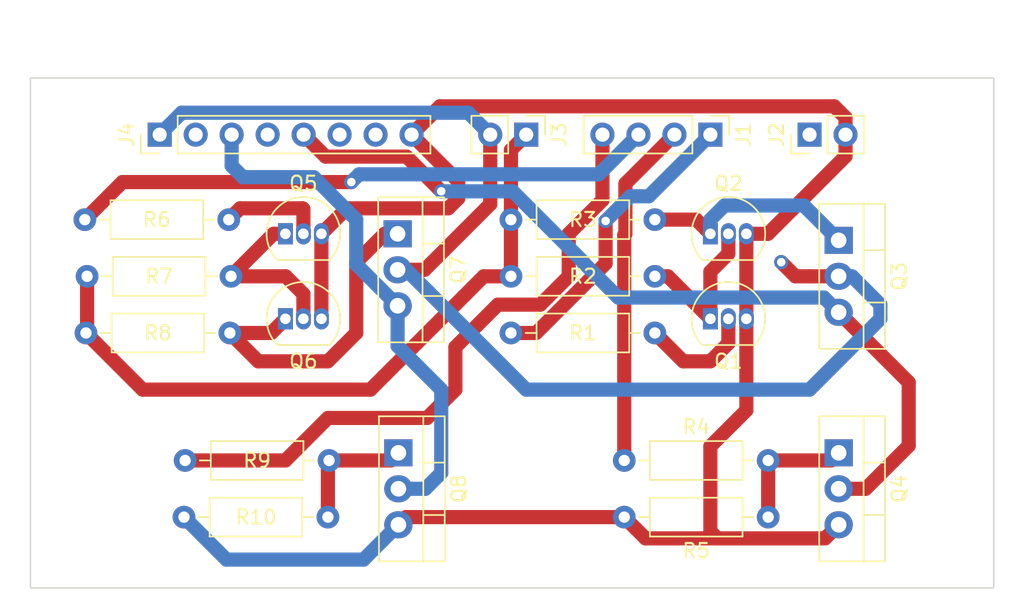
<source format=kicad_pcb>
(kicad_pcb (version 20211014) (generator pcbnew)
  (layers (0 "F.Cu" signal) (31 "B.Cu" signal) (34 "B.Paste" user) (35 "F.Paste" user) (36 "B.SilkS" user "B.Silkscreen") (37 "F.SilkS" user "F.Silkscreen") (38 "B.Mask" user) (39 "F.Mask" user) (44 "Edge.Cuts" user))
  (net 0 "")
  (net 1 "/Channel_1_Up")
  (net 2 "/Channel_1_Down")
  (net 3 "/Channel_2_Up")
  (net 4 "/Channel_2_Down")
  (net 5 "+3V3")
  (net 6 "GND")
  (net 7 "VDD")
  (net 8 "/Positive_Arm")
  (net 10 "/Rotation_Axis")
  (net 12 "/Vertical_Axis")
  (net 15 "Net-(Q1-Pad2)")
  (net 16 "Net-(Q1-Pad1)")
  (net 17 "Net-(Q2-Pad1)")
  (net 18 "Net-(Q4-Pad1)")
  (net 19 "Net-(Q5-Pad2)")
  (net 20 "Net-(Q5-Pad1)")
  (net 21 "Net-(Q6-Pad1)")
  (net 22 "Net-(Q8-Pad1)")
  (footprint "Package_TO_SOT_THT:TO-220-3_Vertical" (layer "F.Cu") (at 170.92 94 -90)
    (fp_text reference "Q7" (at 2.54 -4.27 90) (layer "F.SilkS"))
    (fp_text value "IRF540N")
    (fp_line (start -2.58 1.371) (end 7.66 1.371) (layer "F.SilkS") (width 0.12))
    (fp_line (start -2.58 -3.27) (end -2.58 1.371) (layer "F.SilkS") (width 0.12))
    (fp_line (start -2.58 -1.76) (end 7.66 -1.76) (layer "F.SilkS") (width 0.12))
    (fp_line (start 0.69 -3.27) (end 0.69 -1.76) (layer "F.SilkS") (width 0.12))
    (fp_line (start -2.58 -3.27) (end 7.66 -3.27) (layer "F.SilkS") (width 0.12))
    (fp_line (start 7.66 -3.27) (end 7.66 1.371) (layer "F.SilkS") (width 0.12))
    (fp_line (start 4.391 -3.27) (end 4.391 -1.76) (layer "F.SilkS") (width 0.12))
    (pad "1" thru_hole rect locked (at 0 0 270) (size 1.905 2) (drill 1.1) (layers *.Cu *.Mask) (net 21 "Net-(Q6-Pad1)"))
    (pad "2" thru_hole oval locked (at 2.54 0 270) (size 1.905 2) (drill 1.1) (layers *.Cu *.Mask) (net 8 "/Positive_Arm"))
    (pad "3" thru_hole oval locked (at 5.08 0 270) (size 1.905 2) (drill 1.1) (layers *.Cu *.Mask) (net 10 "/Rotation_Axis"))
  )
  (footprint "Connector_PinHeader_2.54mm:PinHeader_1x02_P2.54mm_Vertical" (layer "F.Cu") (at 200 87 90)
    (fp_text reference "J2" (at 0 -2.33 90) (layer "F.SilkS"))
    (fp_text value "ESP_32_Supply")
    (fp_line (start 1.33 1.27) (end 1.33 3.87) (layer "F.SilkS") (width 0.12))
    (fp_line (start -1.33 0) (end -1.33 -1.33) (layer "F.SilkS") (width 0.12))
    (fp_line (start -1.33 1.27) (end -1.33 3.87) (layer "F.SilkS") (width 0.12))
    (fp_line (start -1.33 3.87) (end 1.33 3.87) (layer "F.SilkS") (width 0.12))
    (fp_line (start -1.33 -1.33) (end 0 -1.33) (layer "F.SilkS") (width 0.12))
    (fp_line (start -1.33 1.27) (end 1.33 1.27) (layer "F.SilkS") (width 0.12))
    (pad "1" thru_hole rect locked (at 0 0 90) (size 1.7 1.7) (drill 1) (layers *.Cu *.Mask) (net 5 "+3V3"))
    (pad "2" thru_hole oval locked (at 0 2.54 90) (size 1.7 1.7) (drill 1) (layers *.Cu *.Mask) (net 6 "GND"))
  )
  (footprint "Connector_PinHeader_2.54mm:PinHeader_1x02_P2.54mm_Vertical" (layer "F.Cu") (at 180 87 -90)
    (fp_text reference "J3" (at 0 -2.33 90) (layer "F.SilkS"))
    (fp_text value "Isolated Auxiliary Supply")
    (fp_line (start -1.33 0) (end -1.33 -1.33) (layer "F.SilkS") (width 0.12))
    (fp_line (start -1.33 -1.33) (end 0 -1.33) (layer "F.SilkS") (width 0.12))
    (fp_line (start -1.33 1.27) (end -1.33 3.87) (layer "F.SilkS") (width 0.12))
    (fp_line (start 1.33 1.27) (end 1.33 3.87) (layer "F.SilkS") (width 0.12))
    (fp_line (start -1.33 1.27) (end 1.33 1.27) (layer "F.SilkS") (width 0.12))
    (fp_line (start -1.33 3.87) (end 1.33 3.87) (layer "F.SilkS") (width 0.12))
    (pad "1" thru_hole rect locked (at 0 0 270) (size 1.7 1.7) (drill 1) (layers *.Cu *.Mask) (net 7 "VDD"))
    (pad "2" thru_hole oval locked (at 0 2.54 270) (size 1.7 1.7) (drill 1) (layers *.Cu *.Mask) (net 8 "/Positive_Arm"))
  )
  (footprint "Package_TO_SOT_THT:TO-220-3_Vertical" (layer "F.Cu") (at 170.975 109.46 -90)
    (fp_text reference "Q8" (at 2.54 -4.27 90) (layer "F.SilkS"))
    (fp_text value "IRZ44")
    (fp_line (start -2.58 -3.27) (end 7.66 -3.27) (layer "F.SilkS") (width 0.12))
    (fp_line (start -2.58 -1.76) (end 7.66 -1.76) (layer "F.SilkS") (width 0.12))
    (fp_line (start 4.391 -3.27) (end 4.391 -1.76) (layer "F.SilkS") (width 0.12))
    (fp_line (start -2.58 -3.27) (end -2.58 1.371) (layer "F.SilkS") (width 0.12))
    (fp_line (start 7.66 -3.27) (end 7.66 1.371) (layer "F.SilkS") (width 0.12))
    (fp_line (start -2.58 1.371) (end 7.66 1.371) (layer "F.SilkS") (width 0.12))
    (fp_line (start 0.69 -3.27) (end 0.69 -1.76) (layer "F.SilkS") (width 0.12))
    (pad "1" thru_hole rect locked (at 0 0 270) (size 1.905 2) (drill 1.1) (layers *.Cu *.Mask) (net 22 "Net-(Q8-Pad1)"))
    (pad "2" thru_hole oval locked (at 2.54 0 270) (size 1.905 2) (drill 1.1) (layers *.Cu *.Mask) (net 10 "/Rotation_Axis"))
    (pad "3" thru_hole oval locked (at 5.08 0 270) (size 1.905 2) (drill 1.1) (layers *.Cu *.Mask) (net 6 "GND"))
  )
  (footprint "Resistor_THT:R_Axial_DIN0207_L6.3mm_D2.5mm_P10.16mm_Horizontal" (layer "F.Cu") (at 148.92 101)
    (fp_text reference "R8" (at 5.08 0) (layer "F.SilkS"))
    (fp_text value "680")
    (fp_line (start 8.35 1.37) (end 8.35 -1.37) (layer "F.SilkS") (width 0.12))
    (fp_line (start 1.81 -1.37) (end 1.81 1.37) (layer "F.SilkS") (width 0.12))
    (fp_line (start 1.81 1.37) (end 8.35 1.37) (layer "F.SilkS") (width 0.12))
    (fp_line (start 8.35 -1.37) (end 1.81 -1.37) (layer "F.SilkS") (width 0.12))
    (fp_line (start 9.12 0) (end 8.35 0) (layer "F.SilkS") (width 0.12))
    (fp_line (start 1.04 0) (end 1.81 0) (layer "F.SilkS") (width 0.12))
    (pad "1" thru_hole circle locked (at 0 0) (size 1.6 1.6) (drill 0.8) (layers *.Cu *.Mask) (net 7 "VDD"))
    (pad "2" thru_hole oval locked (at 10.16 0) (size 1.6 1.6) (drill 0.8) (layers *.Cu *.Mask) (net 21 "Net-(Q6-Pad1)"))
  )
  (footprint "Connector_PinHeader_2.54mm:PinHeader_1x08_P2.54mm_Vertical" (layer "F.Cu") (at 154.125 87 90)
    (fp_text reference "J4" (at 0 -2.33 90) (layer "F.SilkS"))
    (fp_text value "Robot Arm Connector")
    (fp_line (start -1.33 0) (end -1.33 -1.33) (layer "F.SilkS") (width 0.12))
    (fp_line (start 1.33 1.27) (end 1.33 19.11) (layer "F.SilkS") (width 0.12))
    (fp_line (start -1.33 -1.33) (end 0 -1.33) (layer "F.SilkS") (width 0.12))
    (fp_line (start -1.33 19.11) (end 1.33 19.11) (layer "F.SilkS") (width 0.12))
    (fp_line (start -1.33 1.27) (end 1.33 1.27) (layer "F.SilkS") (width 0.12))
    (fp_line (start -1.33 1.27) (end -1.33 19.11) (layer "F.SilkS") (width 0.12))
    (pad "1" thru_hole rect locked (at 0 0 90) (size 1.7 1.7) (drill 1) (layers *.Cu *.Mask) (net 8 "/Positive_Arm"))
    (pad "2" thru_hole oval locked (at 0 2.54 90) (size 1.7 1.7) (drill 1) (layers *.Cu *.Mask))
    (pad "3" thru_hole oval locked (at 0 5.08 90) (size 1.7 1.7) (drill 1) (layers *.Cu *.Mask) (net 10 "/Rotation_Axis"))
    (pad "4" thru_hole oval locked (at 0 7.62 90) (size 1.7 1.7) (drill 1) (layers *.Cu *.Mask))
    (pad "5" thru_hole oval locked (at 0 10.16 90) (size 1.7 1.7) (drill 1) (layers *.Cu *.Mask) (net 12 "/Vertical_Axis"))
    (pad "6" thru_hole oval locked (at 0 12.7 90) (size 1.7 1.7) (drill 1) (layers *.Cu *.Mask))
    (pad "7" thru_hole oval locked (at 0 15.24 90) (size 1.7 1.7) (drill 1) (layers *.Cu *.Mask))
    (pad "8" thru_hole oval locked (at 0 17.78 90) (size 1.7 1.7) (drill 1) (layers *.Cu *.Mask) (net 6 "GND"))
  )
  (footprint "Package_TO_SOT_THT:TO-92_Inline" (layer "F.Cu") (at 193 100)
    (fp_text reference "Q1" (at 1.27 3) (layer "F.SilkS"))
    (fp_text value "2N2222")
    (fp_line (start -0.53 1.85) (end 3.07 1.85) (layer "F.SilkS") (width 0.12))
    (fp_arc (start 1.27 -2.6) (mid 3.672087 -0.994977) (end 3.108478 1.838478) (layer "F.SilkS") (width 0.12))
    (fp_arc (start -0.568478 1.838478) (mid -1.132087 -0.994977) (end 1.27 -2.6) (layer "F.SilkS") (width 0.12))
    (pad "1" thru_hole rect locked (at 0 0) (size 1.05 1.5) (drill 0.75) (layers *.Cu *.Mask) (net 16 "Net-(Q1-Pad1)"))
    (pad "2" thru_hole oval locked (at 1.27 0) (size 1.05 1.5) (drill 0.75) (layers *.Cu *.Mask) (net 15 "Net-(Q1-Pad2)"))
    (pad "3" thru_hole oval locked (at 2.54 0) (size 1.05 1.5) (drill 0.75) (layers *.Cu *.Mask) (net 6 "GND"))
  )
  (footprint "Resistor_THT:R_Axial_DIN0207_L6.3mm_D2.5mm_P10.16mm_Horizontal" (layer "F.Cu") (at 178.92 97)
    (fp_text reference "R2" (at 5.08 0) (layer "F.SilkS"))
    (fp_text value "680")
    (fp_line (start 1.81 -1.37) (end 1.81 1.37) (layer "F.SilkS") (width 0.12))
    (fp_line (start 8.35 1.37) (end 8.35 -1.37) (layer "F.SilkS") (width 0.12))
    (fp_line (start 1.04 0) (end 1.81 0) (layer "F.SilkS") (width 0.12))
    (fp_line (start 8.35 -1.37) (end 1.81 -1.37) (layer "F.SilkS") (width 0.12))
    (fp_line (start 9.12 0) (end 8.35 0) (layer "F.SilkS") (width 0.12))
    (fp_line (start 1.81 1.37) (end 8.35 1.37) (layer "F.SilkS") (width 0.12))
    (pad "1" thru_hole circle locked (at 0 0) (size 1.6 1.6) (drill 0.8) (layers *.Cu *.Mask) (net 7 "VDD"))
    (pad "2" thru_hole oval locked (at 10.16 0) (size 1.6 1.6) (drill 0.8) (layers *.Cu *.Mask) (net 16 "Net-(Q1-Pad1)"))
  )
  (footprint "Package_TO_SOT_THT:TO-92_Inline" (layer "F.Cu") (at 163 94)
    (fp_text reference "Q5" (at 1.27 -3.56) (layer "F.SilkS"))
    (fp_text value "2N2222")
    (fp_line (start -0.53 1.85) (end 3.07 1.85) (layer "F.SilkS") (width 0.12))
    (fp_arc (start 1.27 -2.6) (mid 3.672087 -0.994977) (end 3.108478 1.838478) (layer "F.SilkS") (width 0.12))
    (fp_arc (start -0.568478 1.838478) (mid -1.132087 -0.994977) (end 1.27 -2.6) (layer "F.SilkS") (width 0.12))
    (pad "1" thru_hole rect locked (at 0 0) (size 1.05 1.5) (drill 0.75) (layers *.Cu *.Mask) (net 20 "Net-(Q5-Pad1)"))
    (pad "2" thru_hole oval locked (at 1.27 0) (size 1.05 1.5) (drill 0.75) (layers *.Cu *.Mask) (net 19 "Net-(Q5-Pad2)"))
    (pad "3" thru_hole oval locked (at 2.54 0) (size 1.05 1.5) (drill 0.75) (layers *.Cu *.Mask) (net 6 "GND"))
  )
  (footprint "Resistor_THT:R_Axial_DIN0207_L6.3mm_D2.5mm_P10.16mm_Horizontal" (layer "F.Cu") (at 197.08 114 180)
    (fp_text reference "R5" (at 5.08 -2.37) (layer "F.SilkS"))
    (fp_text value "68k")
    (fp_line (start 8.35 1.37) (end 8.35 -1.37) (layer "F.SilkS") (width 0.12))
    (fp_line (start 1.81 1.37) (end 8.35 1.37) (layer "F.SilkS") (width 0.12))
    (fp_line (start 9.12 0) (end 8.35 0) (layer "F.SilkS") (width 0.12))
    (fp_line (start 8.35 -1.37) (end 1.81 -1.37) (layer "F.SilkS") (width 0.12))
    (fp_line (start 1.04 0) (end 1.81 0) (layer "F.SilkS") (width 0.12))
    (fp_line (start 1.81 -1.37) (end 1.81 1.37) (layer "F.SilkS") (width 0.12))
    (pad "1" thru_hole circle locked (at 0 0 180) (size 1.6 1.6) (drill 0.8) (layers *.Cu *.Mask) (net 18 "Net-(Q4-Pad1)"))
    (pad "2" thru_hole oval locked (at 10.16 0 180) (size 1.6 1.6) (drill 0.8) (layers *.Cu *.Mask) (net 6 "GND"))
  )
  (footprint "Package_TO_SOT_THT:TO-220-3_Vertical" (layer "F.Cu") (at 202.055 109.46 -90)
    (fp_text reference "Q4" (at 2.54 -4.27 90) (layer "F.SilkS"))
    (fp_text value "IRZ44")
    (fp_line (start -2.58 1.371) (end 7.66 1.371) (layer "F.SilkS") (width 0.12))
    (fp_line (start 4.391 -3.27) (end 4.391 -1.76) (layer "F.SilkS") (width 0.12))
    (fp_line (start -2.58 -3.27) (end 7.66 -3.27) (layer "F.SilkS") (width 0.12))
    (fp_line (start 0.69 -3.27) (end 0.69 -1.76) (layer "F.SilkS") (width 0.12))
    (fp_line (start 7.66 -3.27) (end 7.66 1.371) (layer "F.SilkS") (width 0.12))
    (fp_line (start -2.58 -3.27) (end -2.58 1.371) (layer "F.SilkS") (width 0.12))
    (fp_line (start -2.58 -1.76) (end 7.66 -1.76) (layer "F.SilkS") (width 0.12))
    (pad "1" thru_hole rect locked (at 0 0 270) (size 1.905 2) (drill 1.1) (layers *.Cu *.Mask) (net 18 "Net-(Q4-Pad1)"))
    (pad "2" thru_hole oval locked (at 2.54 0 270) (size 1.905 2) (drill 1.1) (layers *.Cu *.Mask) (net 12 "/Vertical_Axis"))
    (pad "3" thru_hole oval locked (at 5.08 0 270) (size 1.905 2) (drill 1.1) (layers *.Cu *.Mask) (net 6 "GND"))
  )
  (footprint "Resistor_THT:R_Axial_DIN0207_L6.3mm_D2.5mm_P10.16mm_Horizontal" (layer "F.Cu") (at 186.92 110)
    (fp_text reference "R4" (at 5.08 -2.37) (layer "F.SilkS"))
    (fp_text value "680")
    (fp_line (start 1.81 1.37) (end 8.35 1.37) (layer "F.SilkS") (width 0.12))
    (fp_line (start 1.04 0) (end 1.81 0) (layer "F.SilkS") (width 0.12))
    (fp_line (start 1.81 -1.37) (end 1.81 1.37) (layer "F.SilkS") (width 0.12))
    (fp_line (start 9.12 0) (end 8.35 0) (layer "F.SilkS") (width 0.12))
    (fp_line (start 8.35 1.37) (end 8.35 -1.37) (layer "F.SilkS") (width 0.12))
    (fp_line (start 8.35 -1.37) (end 1.81 -1.37) (layer "F.SilkS") (width 0.12))
    (pad "1" thru_hole circle locked (at 0 0) (size 1.6 1.6) (drill 0.8) (layers *.Cu *.Mask) (net 2 "/Channel_1_Down"))
    (pad "2" thru_hole oval locked (at 10.16 0) (size 1.6 1.6) (drill 0.8) (layers *.Cu *.Mask) (net 18 "Net-(Q4-Pad1)"))
  )
  (footprint "Resistor_THT:R_Axial_DIN0207_L6.3mm_D2.5mm_P10.16mm_Horizontal" (layer "F.Cu") (at 178.92 93)
    (fp_text reference "R3" (at 5.08 0) (layer "F.SilkS"))
    (fp_text value "680")
    (fp_line (start 8.35 1.37) (end 8.35 -1.37) (layer "F.SilkS") (width 0.12))
    (fp_line (start 9.12 0) (end 8.35 0) (layer "F.SilkS") (width 0.12))
    (fp_line (start 8.35 -1.37) (end 1.81 -1.37) (layer "F.SilkS") (width 0.12))
    (fp_line (start 1.81 1.37) (end 8.35 1.37) (layer "F.SilkS") (width 0.12))
    (fp_line (start 1.04 0) (end 1.81 0) (layer "F.SilkS") (width 0.12))
    (fp_line (start 1.81 -1.37) (end 1.81 1.37) (layer "F.SilkS") (width 0.12))
    (pad "1" thru_hole circle locked (at 0 0) (size 1.6 1.6) (drill 0.8) (layers *.Cu *.Mask) (net 7 "VDD"))
    (pad "2" thru_hole oval locked (at 10.16 0) (size 1.6 1.6) (drill 0.8) (layers *.Cu *.Mask) (net 17 "Net-(Q2-Pad1)"))
  )
  (footprint "Resistor_THT:R_Axial_DIN0207_L6.3mm_D2.5mm_P10.16mm_Horizontal" (layer "F.Cu") (at 155.92 110)
    (fp_text reference "R9" (at 5.08 0) (layer "F.SilkS"))
    (fp_text value "680")
    (fp_line (start 1.81 -1.37) (end 1.81 1.37) (layer "F.SilkS") (width 0.12))
    (fp_line (start 8.35 1.37) (end 8.35 -1.37) (layer "F.SilkS") (width 0.12))
    (fp_line (start 9.12 0) (end 8.35 0) (layer "F.SilkS") (width 0.12))
    (fp_line (start 1.04 0) (end 1.81 0) (layer "F.SilkS") (width 0.12))
    (fp_line (start 1.81 1.37) (end 8.35 1.37) (layer "F.SilkS") (width 0.12))
    (fp_line (start 8.35 -1.37) (end 1.81 -1.37) (layer "F.SilkS") (width 0.12))
    (pad "1" thru_hole circle locked (at 0 0) (size 1.6 1.6) (drill 0.8) (layers *.Cu *.Mask) (net 4 "/Channel_2_Down"))
    (pad "2" thru_hole oval locked (at 10.16 0) (size 1.6 1.6) (drill 0.8) (layers *.Cu *.Mask) (net 22 "Net-(Q8-Pad1)"))
  )
  (footprint "Resistor_THT:R_Axial_DIN0207_L6.3mm_D2.5mm_P10.16mm_Horizontal" (layer "F.Cu") (at 166 114 180)
    (fp_text reference "R10" (at 5.08 0) (layer "F.SilkS"))
    (fp_text value "68k")
    (fp_line (start 9.12 0) (end 8.35 0) (layer "F.SilkS") (width 0.12))
    (fp_line (start 8.35 -1.37) (end 1.81 -1.37) (layer "F.SilkS") (width 0.12))
    (fp_line (start 1.81 -1.37) (end 1.81 1.37) (layer "F.SilkS") (width 0.12))
    (fp_line (start 1.81 1.37) (end 8.35 1.37) (layer "F.SilkS") (width 0.12))
    (fp_line (start 8.35 1.37) (end 8.35 -1.37) (layer "F.SilkS") (width 0.12))
    (fp_line (start 1.04 0) (end 1.81 0) (layer "F.SilkS") (width 0.12))
    (pad "1" thru_hole circle locked (at 0 0 180) (size 1.6 1.6) (drill 0.8) (layers *.Cu *.Mask) (net 22 "Net-(Q8-Pad1)"))
    (pad "2" thru_hole oval locked (at 10.16 0 180) (size 1.6 1.6) (drill 0.8) (layers *.Cu *.Mask) (net 6 "GND"))
  )
  (footprint "MountingHole:MountingHole_2.5mm" (layer "F.Cu") (at 148 87)
    (fp_text reference "H2" hide)
    (fp_text value "MountingHole")
    (pad "" np_thru_hole circle locked (at 0 0) (size 2.5 2.5) (drill 2.5) (layers *.Cu *.Mask))
  )
  (footprint "Resistor_THT:R_Axial_DIN0207_L6.3mm_D2.5mm_P10.16mm_Horizontal" (layer "F.Cu") (at 178.92 101)
    (fp_text reference "R1" (at 5.08 0) (layer "F.SilkS"))
    (fp_text value "680")
    (fp_line (start 1.04 0) (end 1.81 0) (layer "F.SilkS") (width 0.12))
    (fp_line (start 1.81 1.37) (end 8.35 1.37) (layer "F.SilkS") (width 0.12))
    (fp_line (start 8.35 -1.37) (end 1.81 -1.37) (layer "F.SilkS") (width 0.12))
    (fp_line (start 8.35 1.37) (end 8.35 -1.37) (layer "F.SilkS") (width 0.12))
    (fp_line (start 9.12 0) (end 8.35 0) (layer "F.SilkS") (width 0.12))
    (fp_line (start 1.81 -1.37) (end 1.81 1.37) (layer "F.SilkS") (width 0.12))
    (pad "1" thru_hole circle locked (at 0 0) (size 1.6 1.6) (drill 0.8) (layers *.Cu *.Mask) (net 1 "/Channel_1_Up"))
    (pad "2" thru_hole oval locked (at 10.16 0) (size 1.6 1.6) (drill 0.8) (layers *.Cu *.Mask) (net 15 "Net-(Q1-Pad2)"))
  )
  (footprint "Package_TO_SOT_THT:TO-220-3_Vertical" (layer "F.Cu") (at 202.055 94.46 -90)
    (fp_text reference "Q3" (at 2.54 -4.27 90) (layer "F.SilkS"))
    (fp_text value "IRF540N")
    (fp_line (start 4.391 -3.27) (end 4.391 -1.76) (layer "F.SilkS") (width 0.12))
    (fp_line (start -2.58 -3.27) (end 7.66 -3.27) (layer "F.SilkS") (width 0.12))
    (fp_line (start 0.69 -3.27) (end 0.69 -1.76) (layer "F.SilkS") (width 0.12))
    (fp_line (start 7.66 -3.27) (end 7.66 1.371) (layer "F.SilkS") (width 0.12))
    (fp_line (start -2.58 -3.27) (end -2.58 1.371) (layer "F.SilkS") (width 0.12))
    (fp_line (start -2.58 1.371) (end 7.66 1.371) (layer "F.SilkS") (width 0.12))
    (fp_line (start -2.58 -1.76) (end 7.66 -1.76) (layer "F.SilkS") (width 0.12))
    (pad "1" thru_hole rect locked (at 0 0 270) (size 1.905 2) (drill 1.1) (layers *.Cu *.Mask) (net 17 "Net-(Q2-Pad1)"))
    (pad "2" thru_hole oval locked (at 2.54 0 270) (size 1.905 2) (drill 1.1) (layers *.Cu *.Mask) (net 8 "/Positive_Arm"))
    (pad "3" thru_hole oval locked (at 5.08 0 270) (size 1.905 2) (drill 1.1) (layers *.Cu *.Mask) (net 12 "/Vertical_Axis"))
  )
  (footprint "MountingHole:MountingHole_2.5mm" (layer "F.Cu") (at 210 116)
    (fp_text reference "H4" hide)
    (fp_text value "MountingHole")
    (pad "" np_thru_hole circle locked (at 0 0) (size 2.5 2.5) (drill 2.5) (layers *.Cu *.Mask))
  )
  (footprint "Resistor_THT:R_Axial_DIN0207_L6.3mm_D2.5mm_P10.16mm_Horizontal" (layer "F.Cu") (at 148.84 93)
    (fp_text reference "R6" (at 5.08 0) (layer "F.SilkS"))
    (fp_text value "680")
    (fp_line (start 8.35 -1.37) (end 1.81 -1.37) (layer "F.SilkS") (width 0.12))
    (fp_line (start 1.04 0) (end 1.81 0) (layer "F.SilkS") (width 0.12))
    (fp_line (start 8.35 1.37) (end 8.35 -1.37) (layer "F.SilkS") (width 0.12))
    (fp_line (start 1.81 1.37) (end 8.35 1.37) (layer "F.SilkS") (width 0.12))
    (fp_line (start 1.81 -1.37) (end 1.81 1.37) (layer "F.SilkS") (width 0.12))
    (fp_line (start 9.12 0) (end 8.35 0) (layer "F.SilkS") (width 0.12))
    (pad "1" thru_hole circle locked (at 0 0) (size 1.6 1.6) (drill 0.8) (layers *.Cu *.Mask) (net 3 "/Channel_2_Up"))
    (pad "2" thru_hole oval locked (at 10.16 0) (size 1.6 1.6) (drill 0.8) (layers *.Cu *.Mask) (net 19 "Net-(Q5-Pad2)"))
  )
  (footprint "Connector_PinHeader_2.54mm:PinHeader_1x04_P2.54mm_Vertical" (layer "F.Cu") (at 193 87 -90)
    (fp_text reference "J1" (at 0 -2.33 90) (layer "F.SilkS"))
    (fp_text value "ESP_Control_Signals")
    (fp_line (start -1.33 1.27) (end 1.33 1.27) (layer "F.SilkS") (width 0.12))
    (fp_line (start -1.33 0) (end -1.33 -1.33) (layer "F.SilkS") (width 0.12))
    (fp_line (start -1.33 1.27) (end -1.33 8.95) (layer "F.SilkS") (width 0.12))
    (fp_line (start -1.33 -1.33) (end 0 -1.33) (layer "F.SilkS") (width 0.12))
    (fp_line (start -1.33 8.95) (end 1.33 8.95) (layer "F.SilkS") (width 0.12))
    (fp_line (start 1.33 1.27) (end 1.33 8.95) (layer "F.SilkS") (width 0.12))
    (pad "1" thru_hole rect locked (at 0 0 270) (size 1.7 1.7) (drill 1) (layers *.Cu *.Mask) (net 1 "/Channel_1_Up"))
    (pad "2" thru_hole oval locked (at 0 2.54 270) (size 1.7 1.7) (drill 1) (layers *.Cu *.Mask) (net 2 "/Channel_1_Down"))
    (pad "3" thru_hole oval locked (at 0 5.08 270) (size 1.7 1.7) (drill 1) (layers *.Cu *.Mask) (net 3 "/Channel_2_Up"))
    (pad "4" thru_hole oval locked (at 0 7.62 270) (size 1.7 1.7) (drill 1) (layers *.Cu *.Mask) (net 4 "/Channel_2_Down"))
  )
  (footprint "Package_TO_SOT_THT:TO-92_Inline" (layer "F.Cu") (at 193 94)
    (fp_text reference "Q2" (at 1.27 -3.56) (layer "F.SilkS"))
    (fp_text value "2N2222")
    (fp_line (start -0.53 1.85) (end 3.07 1.85) (layer "F.SilkS") (width 0.12))
    (fp_arc (start -0.568478 1.838478) (mid -1.132087 -0.994977) (end 1.27 -2.6) (layer "F.SilkS") (width 0.12))
    (fp_arc (start 1.27 -2.6) (mid 3.672087 -0.994977) (end 3.108478 1.838478) (layer "F.SilkS") (width 0.12))
    (pad "1" thru_hole rect locked (at 0 0) (size 1.05 1.5) (drill 0.75) (layers *.Cu *.Mask) (net 17 "Net-(Q2-Pad1)"))
    (pad "2" thru_hole oval locked (at 1.27 0) (size 1.05 1.5) (drill 0.75) (layers *.Cu *.Mask) (net 16 "Net-(Q1-Pad1)"))
    (pad "3" thru_hole oval locked (at 2.54 0) (size 1.05 1.5) (drill 0.75) (layers *.Cu *.Mask) (net 6 "GND"))
  )
  (footprint "MountingHole:MountingHole_2.5mm" (layer "F.Cu") (at 209 87)
    (fp_text reference "H3" hide)
    (fp_text value "MountingHole")
    (pad "" np_thru_hole circle locked (at 0 0) (size 2.5 2.5) (drill 2.5) (layers *.Cu *.Mask))
  )
  (footprint "Package_TO_SOT_THT:TO-92_Inline" (layer "F.Cu") (at 163 100)
    (fp_text reference "Q6" (at 1.27 3) (layer "F.SilkS"))
    (fp_text value "2N2222")
    (fp_line (start -0.53 1.85) (end 3.07 1.85) (layer "F.SilkS") (width 0.12))
    (fp_arc (start 1.27 -2.6) (mid 3.672087 -0.994977) (end 3.108478 1.838478) (layer "F.SilkS") (width 0.12))
    (fp_arc (start -0.568478 1.838478) (mid -1.132087 -0.994977) (end 1.27 -2.6) (layer "F.SilkS") (width 0.12))
    (pad "1" thru_hole rect locked (at 0 0) (size 1.05 1.5) (drill 0.75) (layers *.Cu *.Mask) (net 21 "Net-(Q6-Pad1)"))
    (pad "2" thru_hole oval locked (at 1.27 0) (size 1.05 1.5) (drill 0.75) (layers *.Cu *.Mask) (net 20 "Net-(Q5-Pad1)"))
    (pad "3" thru_hole oval locked (at 2.54 0) (size 1.05 1.5) (drill 0.75) (layers *.Cu *.Mask) (net 6 "GND"))
  )
  (footprint "MountingHole:MountingHole_2.5mm" (layer "F.Cu") (at 148 116)
    (fp_text reference "H1" hide)
    (fp_text value "MountingHole")
    (pad "" np_thru_hole circle locked (at 0 0) (size 2.5 2.5) (drill 2.5) (layers *.Cu *.Mask))
  )
  (footprint "Resistor_THT:R_Axial_DIN0207_L6.3mm_D2.5mm_P10.16mm_Horizontal" (layer "F.Cu") (at 149 97)
    (fp_text reference "R7" (at 5.08 0) (layer "F.SilkS"))
    (fp_text value "680")
    (fp_line (start 8.35 -1.37) (end 1.81 -1.37) (layer "F.SilkS") (width 0.12))
    (fp_line (start 1.04 0) (end 1.81 0) (layer "F.SilkS") (width 0.12))
    (fp_line (start 1.81 -1.37) (end 1.81 1.37) (layer "F.SilkS") (width 0.12))
    (fp_line (start 8.35 1.37) (end 8.35 -1.37) (layer "F.SilkS") (width 0.12))
    (fp_line (start 1.81 1.37) (end 8.35 1.37) (layer "F.SilkS") (width 0.12))
    (fp_line (start 9.12 0) (end 8.35 0) (layer "F.SilkS") (width 0.12))
    (pad "1" thru_hole circle locked (at 0 0) (size 1.6 1.6) (drill 0.8) (layers *.Cu *.Mask) (net 7 "VDD"))
    (pad "2" thru_hole oval locked (at 10.16 0) (size 1.6 1.6) (drill 0.8) (layers *.Cu *.Mask) (net 20 "Net-(Q5-Pad1)"))
  )
  (gr_rect (start 145 83) (end 213 119) (layer "Edge.Cuts") (width 0.1) (fill none))
  (segment (start 180.696364 101) (end 185.60281 96.093554) (width 1) (layer "F.Cu") (net 1))
  (segment (start 185.60281 96.093554) (end 185.60281 93.09354) (width 1) (layer "F.Cu") (net 1))
  (segment (start 178.92 101) (end 180.696364 101) (width 1) (layer "F.Cu") (net 1))
  (via (at 185.60281 93.09354) (size 1) (drill 0.6) (layers "F.Cu" "B.Cu") (net 1))
  (segment (start 188.651825 91.348175) (end 187.348175 91.348175) (width 1) (layer "B.Cu") (net 1))
  (segment (start 193 87) (end 188.651825 91.348175) (width 1) (layer "B.Cu") (net 1))
  (segment (start 187.348175 91.348175) (end 185.60281 93.09354) (width 1) (layer "B.Cu") (net 1))
  (segment (start 186.92 94.08) (end 186.92 110) (width 1) (layer "F.Cu") (net 2))
  (segment (start 187 94) (end 186.92 94.08) (width 1) (layer "F.Cu") (net 2))
  (segment (start 187 90.46) (end 187 94) (width 1) (layer "F.Cu") (net 2))
  (segment (start 190.46 87) (end 187 90.46) (width 1) (layer "F.Cu") (net 2))
  (segment (start 148.84 93) (end 151.491825 90.348175) (width 1) (layer "F.Cu") (net 3))
  (segment (start 151.491825 90.348175) (end 167.651825 90.348175) (width 1) (layer "F.Cu") (net 3))
  (via (at 167.651825 90.348175) (size 1) (drill 0.6) (layers "F.Cu" "B.Cu") (net 3))
  (segment (start 168.199501 89.800499) (end 167.651825 90.348175) (width 1) (layer "B.Cu") (net 3))
  (segment (start 187.92 87) (end 185.119501 89.800499) (width 1) (layer "B.Cu") (net 3))
  (segment (start 185.119501 89.800499) (end 168.199501 89.800499) (width 1) (layer "B.Cu") (net 3))
  (segment (start 173 107) (end 166 107) (width 1) (layer "F.Cu") (net 4))
  (segment (start 185.38 87) (end 185.38 91.62) (width 1) (layer "F.Cu") (net 4))
  (segment (start 175 102) (end 175 105) (width 1) (layer "F.Cu") (net 4))
  (segment (start 181 99) (end 178 99) (width 1) (layer "F.Cu") (net 4))
  (segment (start 183 97) (end 181 99) (width 1) (layer "F.Cu") (net 4))
  (segment (start 175 105) (end 173 107) (width 1) (layer "F.Cu") (net 4))
  (segment (start 163 110) (end 155.92 110) (width 1) (layer "F.Cu") (net 4))
  (segment (start 166 107) (end 163 110) (width 1) (layer "F.Cu") (net 4))
  (segment (start 178 99) (end 175 102) (width 1) (layer "F.Cu") (net 4))
  (segment (start 185.38 91.62) (end 183 94) (width 1) (layer "F.Cu") (net 4))
  (segment (start 183 94) (end 183 97) (width 1) (layer "F.Cu") (net 4))
  (segment (start 174.496854 92.19951) (end 175.19951 91.496854) (width 1) (layer "F.Cu") (net 6))
  (segment (start 186.92 114) (end 188.419511 115.499511) (width 1) (layer "F.Cu") (net 6))
  (segment (start 202.54 88.525) (end 202.54 87) (width 1) (layer "F.Cu") (net 6))
  (segment (start 173.905 85) (end 201.742081 85) (width 1) (layer "F.Cu") (net 6))
  (segment (start 171.515 114) (end 170.975 114.54) (width 1) (layer "F.Cu") (net 6))
  (segment (start 197.065 94) (end 202.54 88.525) (width 1) (layer "F.Cu") (net 6))
  (segment (start 186.92 114) (end 171.515 114) (width 1) (layer "F.Cu") (net 6))
  (segment (start 195.54 94) (end 197.065 94) (width 1) (layer "F.Cu") (net 6))
  (segment (start 193 109) (end 193 114.999022) (width 1) (layer "F.Cu") (net 6))
  (segment (start 171.905 87) (end 173.905 85) (width 1) (layer "F.Cu") (net 6))
  (segment (start 175.19951 91.496854) (end 175.19951 90.29451) (width 1) (layer "F.Cu") (net 6))
  (segment (start 195.54 106.46) (end 193 109) (width 1) (layer "F.Cu") (net 6))
  (segment (start 167.34049 92.19951) (end 174.496854 92.19951) (width 1) (layer "F.Cu") (net 6))
  (segment (start 165.54 94) (end 167.34049 92.19951) (width 1) (layer "F.Cu") (net 6))
  (segment (start 193.500489 115.499511) (end 201.095489 115.499511) (width 1) (layer "F.Cu") (net 6))
  (segment (start 195.54 100) (end 195.54 94) (width 1) (layer "F.Cu") (net 6))
  (segment (start 175.19951 90.29451) (end 171.905 87) (width 1) (layer "F.Cu") (net 6))
  (segment (start 188.419511 115.499511) (end 193.500489 115.499511) (width 1) (layer "F.Cu") (net 6))
  (segment (start 201.095489 115.499511) (end 202.055 114.54) (width 1) (layer "F.Cu") (net 6))
  (segment (start 201.742081 85) (end 202.54 85.797919) (width 1) (layer "F.Cu") (net 6))
  (segment (start 202.54 85.797919) (end 202.54 87) (width 1) (layer "F.Cu") (net 6))
  (segment (start 195.54 100) (end 195.54 106.46) (width 1) (layer "F.Cu") (net 6))
  (segment (start 165.54 100) (end 165.54 94) (width 1) (layer "F.Cu") (net 6))
  (segment (start 193 114.999022) (end 193.500489 115.499511) (width 1) (layer "F.Cu") (net 6))
  (segment (start 170.975 114.54) (end 168.515 117) (width 1) (layer "B.Cu") (net 6))
  (segment (start 168.515 117) (end 158.84 117) (width 1) (layer "B.Cu") (net 6))
  (segment (start 158.84 117) (end 155.84 114) (width 1) (layer "B.Cu") (net 6))
  (segment (start 149 97) (end 149 100.92) (width 1) (layer "F.Cu") (net 7))
  (segment (start 178.92 97) (end 178.92 93) (width 1) (layer "F.Cu") (net 7))
  (segment (start 178.92 97) (end 177 97) (width 1) (layer "F.Cu") (net 7))
  (segment (start 177 97) (end 169 105) (width 1) (layer "F.Cu") (net 7))
  (segment (start 178.92 93) (end 178.92 88.08) (width 1) (layer "F.Cu") (net 7))
  (segment (start 149 100.92) (end 148.92 101) (width 1) (layer "F.Cu") (net 7))
  (segment (start 178.92 88.08) (end 180 87) (width 1) (layer "F.Cu") (net 7))
  (segment (start 152.92 105) (end 148.92 101) (width 1) (layer "F.Cu") (net 7))
  (segment (start 169 105) (end 152.92 105) (width 1) (layer "F.Cu") (net 7))
  (segment (start 170.92 96.54) (end 172.825 96.54) (width 1) (layer "F.Cu") (net 8))
  (segment (start 172.825 96.54) (end 177.46 91.905) (width 1) (layer "F.Cu") (net 8))
  (segment (start 177.46 91.905) (end 177.46 87) (width 1) (layer "F.Cu") (net 8))
  (segment (start 199 97) (end 198 96) (width 1) (layer "F.Cu") (net 8))
  (segment (start 200 97) (end 199 97) (width 1) (layer "F.Cu") (net 8))
  (segment (start 202.055 97) (end 200 97) (width 1) (layer "F.Cu") (net 8))
  (via (at 198 96) (size 1) (drill 0.6) (layers "F.Cu" "B.Cu") (net 8))
  (segment (start 180 105) (end 200 105) (width 1) (layer "B.Cu") (net 8))
  (segment (start 170.92 96.54) (end 171.54 96.54) (width 1) (layer "B.Cu") (net 8))
  (segment (start 155.674511 85.450489) (end 175.910489 85.450489) (width 1) (layer "B.Cu") (net 8))
  (segment (start 154.125 87) (end 155.674511 85.450489) (width 1) (layer "B.Cu") (net 8))
  (segment (start 205 99) (end 203 97) (width 1) (layer "B.Cu") (net 8))
  (segment (start 205 100) (end 205 99) (width 1) (layer "B.Cu") (net 8))
  (segment (start 175.910489 85.450489) (end 177.46 87) (width 1) (layer "B.Cu") (net 8))
  (segment (start 171.54 96.54) (end 180 105) (width 1) (layer "B.Cu") (net 8))
  (segment (start 200 105) (end 205 100) (width 1) (layer "B.Cu") (net 8))
  (segment (start 203 97) (end 202.055 97) (width 1) (layer "B.Cu") (net 8))
  (segment (start 172.88 112) (end 174 110.88) (width 1) (layer "B.Cu") (net 10))
  (segment (start 165 90) (end 160 90) (width 1) (layer "B.Cu") (net 10))
  (segment (start 160 90) (end 159.205 89.205) (width 1) (layer "B.Cu") (net 10))
  (segment (start 168 93) (end 165 90) (width 1) (layer "B.Cu") (net 10))
  (segment (start 159.205 89.205) (end 159.205 87) (width 1) (layer "B.Cu") (net 10))
  (segment (start 168 96.16) (end 168 93) (width 1) (layer "B.Cu") (net 10))
  (segment (start 170.975 112) (end 172.88 112) (width 1) (layer "B.Cu") (net 10))
  (segment (start 170.92 101.92) (end 170.92 99.08) (width 1) (layer "B.Cu") (net 10))
  (segment (start 174 105) (end 170.92 101.92) (width 1) (layer "B.Cu") (net 10))
  (segment (start 174 110.88) (end 174 105) (width 1) (layer "B.Cu") (net 10))
  (segment (start 170.92 99.08) (end 168 96.16) (width 1) (layer "B.Cu") (net 10))
  (segment (start 164.285 87) (end 165.834511 88.549511) (width 1) (layer "F.Cu") (net 12))
  (segment (start 202.055 112) (end 203.96 112) (width 1) (layer "F.Cu") (net 12))
  (segment (start 165.834511 88.549511) (end 171.549511 88.549511) (width 1) (layer "F.Cu") (net 12))
  (segment (start 207 108.96) (end 207 104.485) (width 1) (layer "F.Cu") (net 12))
  (segment (start 171.549511 88.549511) (end 174 91) (width 1) (layer "F.Cu") (net 12))
  (segment (start 207 104.485) (end 202.055 99.54) (width 1) (layer "F.Cu") (net 12))
  (segment (start 203.96 112) (end 207 108.96) (width 1) (layer "F.Cu") (net 12))
  (via (at 174 91) (size 1) (drill 0.6) (layers "F.Cu" "B.Cu") (net 12))
  (segment (start 184 95.95937) (end 184 96) (width 1) (layer "B.Cu") (net 12))
  (segment (start 179.04063 91) (end 184 95.95937) (width 1) (layer "B.Cu") (net 12))
  (segment (start 174 91) (end 179.04063 91) (width 1) (layer "B.Cu") (net 12))
  (segment (start 201.014511 98.499511) (end 202.055 99.54) (width 1) (layer "B.Cu") (net 12))
  (segment (start 184 96) (end 186.499511 98.499511) (width 1) (layer "B.Cu") (net 12))
  (segment (start 186.499511 98.499511) (end 201.014511 98.499511) (width 1) (layer "B.Cu") (net 12))
  (segment (start 193 103) (end 194.27 101.73) (width 1) (layer "F.Cu") (net 15))
  (segment (start 189.08 101) (end 191.08 103) (width 1) (layer "F.Cu") (net 15))
  (segment (start 194.27 101.73) (end 194.27 100) (width 1) (layer "F.Cu") (net 15))
  (segment (start 191.08 103) (end 193 103) (width 1) (layer "F.Cu") (net 15))
  (segment (start 194.27 95.404022) (end 194.27 94) (width 1) (layer "F.Cu") (net 16))
  (segment (start 193 100) (end 193 96.674022) (width 1) (layer "F.Cu") (net 16))
  (segment (start 190 97) (end 193 100) (width 1) (layer "F.Cu") (net 16))
  (segment (start 193 96.674022) (end 194.27 95.404022) (width 1) (layer "F.Cu") (net 16))
  (segment (start 189.08 97) (end 190 97) (width 1) (layer "F.Cu") (net 16))
  (segment (start 192 93) (end 193 94) (width 1) (layer "F.Cu") (net 17))
  (segment (start 189.08 93) (end 192 93) (width 1) (layer "F.Cu") (net 17))
  (segment (start 194 92) (end 199.595 92) (width 1) (layer "B.Cu") (net 17))
  (segment (start 193 93) (end 194 92) (width 1) (layer "B.Cu") (net 17))
  (segment (start 193 94) (end 193 93) (width 1) (layer "B.Cu") (net 17))
  (segment (start 199.595 92) (end 202.055 94.46) (width 1) (layer "B.Cu") (net 17))
  (segment (start 197.08 114) (end 197.08 110) (width 1) (layer "F.Cu") (net 18))
  (segment (start 197.08 110) (end 201.515 110) (width 1) (layer "F.Cu") (net 18))
  (segment (start 201.515 110) (end 202.055 109.46) (width 1) (layer "F.Cu") (net 18))
  (segment (start 159.799999 92.200001) (end 164.220001 92.200001) (width 1) (layer "F.Cu") (net 19))
  (segment (start 164.220001 92.200001) (end 164.27 92.25) (width 1) (layer "F.Cu") (net 19))
  (segment (start 164.27 92.25) (end 164.27 94) (width 1) (layer "F.Cu") (net 19))
  (segment (start 159 93) (end 159.799999 92.200001) (width 1) (layer "F.Cu") (net 19))
  (segment (start 164.27 98.25) (end 163.02 97) (width 1) (layer "F.Cu") (net 20))
  (segment (start 162.16 94) (end 159.16 97) (width 1) (layer "F.Cu") (net 20))
  (segment (start 163.02 97) (end 159.16 97) (width 1) (layer "F.Cu") (net 20))
  (segment (start 164.27 100) (end 164.27 98.25) (width 1) (layer "F.Cu") (net 20))
  (segment (start 163 94) (end 162.16 94) (width 1) (layer "F.Cu") (net 20))
  (segment (start 161.08 103) (end 166 103) (width 1) (layer "F.Cu") (net 21))
  (segment (start 168 96) (end 170 94) (width 1) (layer "F.Cu") (net 21))
  (segment (start 159.08 101) (end 162 101) (width 1) (layer "F.Cu") (net 21))
  (segment (start 159.08 101) (end 161.08 103) (width 1) (layer "F.Cu") (net 21))
  (segment (start 170 94) (end 170.92 94) (width 1) (layer "F.Cu") (net 21))
  (segment (start 168 101) (end 168 96) (width 1) (layer "F.Cu") (net 21))
  (segment (start 166 103) (end 168 101) (width 1) (layer "F.Cu") (net 21))
  (segment (start 162 101) (end 163 100) (width 1) (layer "F.Cu") (net 21))
  (segment (start 166 110.08) (end 166.08 110) (width 1) (layer "F.Cu") (net 22))
  (segment (start 166.08 110) (end 170.435 110) (width 1) (layer "F.Cu") (net 22))
  (segment (start 166 114) (end 166 110.08) (width 1) (layer "F.Cu") (net 22))
  (segment (start 170.435 110) (end 170.975 109.46) (width 1) (layer "F.Cu") (net 22))
)
</source>
